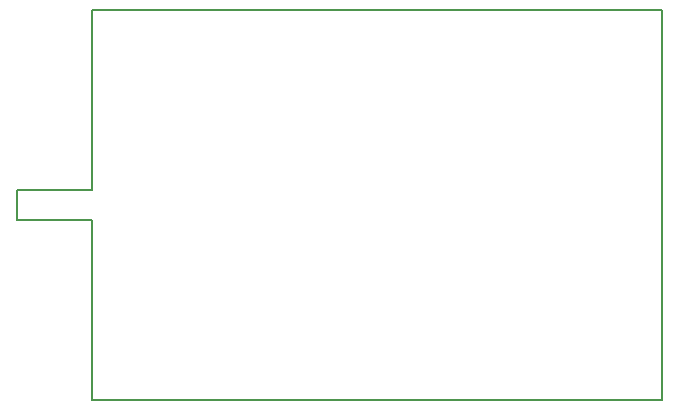
<source format=gbr>
G04 #@! TF.GenerationSoftware,KiCad,Pcbnew,(6.0.2)*
G04 #@! TF.CreationDate,2022-03-04T18:35:01+01:00*
G04 #@! TF.ProjectId,LINK,4c494e4b-2e6b-4696-9361-645f70636258,rev?*
G04 #@! TF.SameCoordinates,Original*
G04 #@! TF.FileFunction,Profile,NP*
%FSLAX46Y46*%
G04 Gerber Fmt 4.6, Leading zero omitted, Abs format (unit mm)*
G04 Created by KiCad (PCBNEW (6.0.2)) date 2022-03-04 18:35:01*
%MOMM*%
%LPD*%
G01*
G04 APERTURE LIST*
G04 #@! TA.AperFunction,Profile*
%ADD10C,0.200000*%
G04 #@! TD*
G04 #@! TA.AperFunction,Profile*
%ADD11C,0.150000*%
G04 #@! TD*
G04 APERTURE END LIST*
D10*
X120650000Y-63500000D02*
X168910000Y-63500000D01*
D11*
X120650000Y-78740000D02*
X114300000Y-78740000D01*
X114300000Y-78740000D02*
X114300000Y-81280000D01*
X120650000Y-81280000D02*
X120650000Y-96520000D01*
X120650000Y-96520000D02*
X168910000Y-96520000D01*
X114300000Y-81280000D02*
X120650000Y-81280000D01*
X120650000Y-63500000D02*
X120650000Y-78740000D01*
X168910000Y-63500000D02*
X168910000Y-96520000D01*
M02*

</source>
